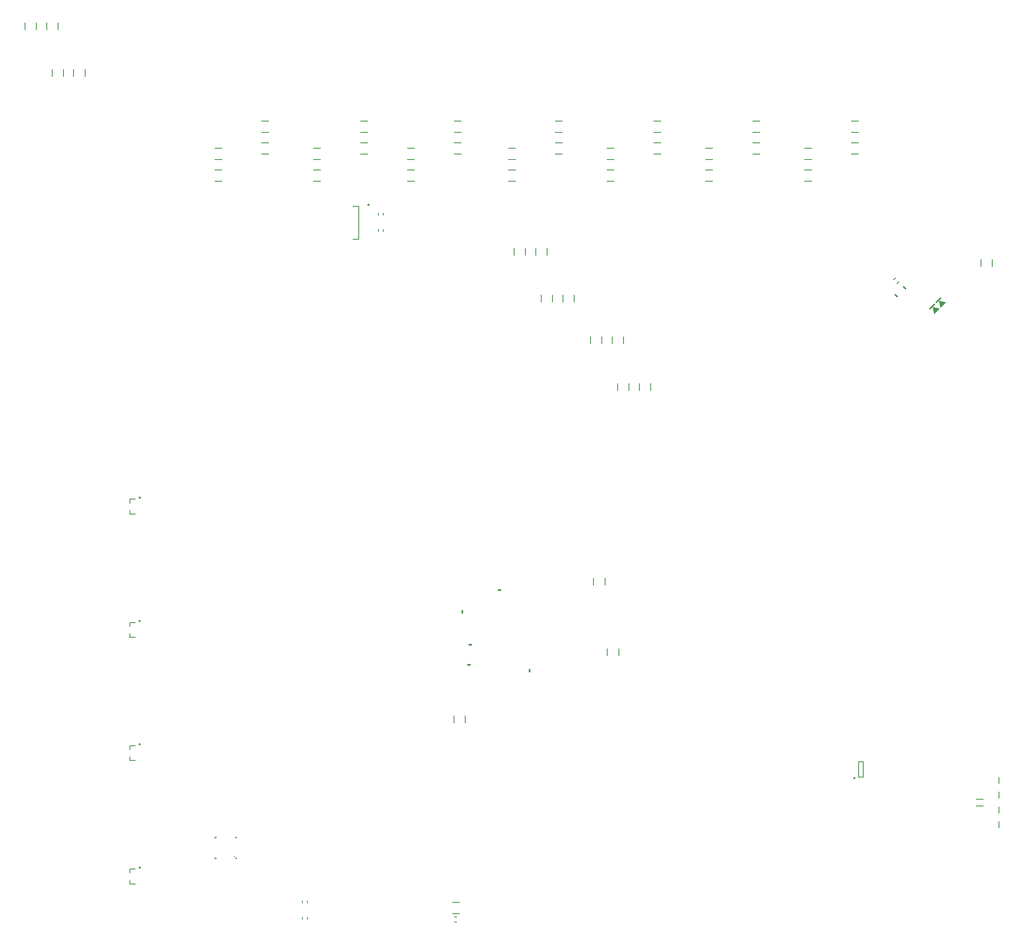
<source format=gbo>
G04*
G04 #@! TF.GenerationSoftware,Altium Limited,Altium Designer,22.10.1 (41)*
G04*
G04 Layer_Color=32896*
%FSAX44Y44*%
%MOMM*%
G71*
G04*
G04 #@! TF.SameCoordinates,5DDCA6B8-CE55-411C-979C-A3AAA62AB61D*
G04*
G04*
G04 #@! TF.FilePolarity,Positive*
G04*
G01*
G75*
%ADD10C,0.2000*%
%ADD11C,0.2500*%
%ADD17R,0.6000X0.2000*%
%ADD18R,0.2000X1.6000*%
%ADD23R,0.2000X0.6000*%
%ADD24R,1.6000X0.2000*%
%ADD26R,0.3000X0.7500*%
%ADD27R,0.7500X0.3000*%
%ADD317R,1.6000X0.2000*%
G04:AMPARAMS|DCode=318|XSize=0.25mm|YSize=1.5499mm|CornerRadius=0mm|HoleSize=0mm|Usage=FLASHONLY|Rotation=315.000|XOffset=0mm|YOffset=0mm|HoleType=Round|Shape=Rectangle|*
%AMROTATEDRECTD318*
4,1,4,-0.6363,-0.4596,0.4596,0.6363,0.6363,0.4596,-0.4596,-0.6363,-0.6363,-0.4596,0.0*
%
%ADD318ROTATEDRECTD318*%

G04:AMPARAMS|DCode=319|XSize=0.75mm|YSize=0.3mm|CornerRadius=0mm|HoleSize=0mm|Usage=FLASHONLY|Rotation=135.000|XOffset=0mm|YOffset=0mm|HoleType=Round|Shape=Rectangle|*
%AMROTATEDRECTD319*
4,1,4,0.3712,-0.1591,0.1591,-0.3712,-0.3712,0.1591,-0.1591,0.3712,0.3712,-0.1591,0.0*
%
%ADD319ROTATEDRECTD319*%

%ADD320R,0.1000X0.9500*%
%ADD321R,0.2500X1.4000*%
%ADD322R,0.2000X0.4000*%
%ADD323R,0.4000X0.2000*%
G04:AMPARAMS|DCode=324|XSize=0.2mm|YSize=0.6mm|CornerRadius=0mm|HoleSize=0mm|Usage=FLASHONLY|Rotation=135.000|XOffset=0mm|YOffset=0mm|HoleType=Round|Shape=Rectangle|*
%AMROTATEDRECTD324*
4,1,4,0.2828,0.1414,-0.1414,-0.2828,-0.2828,-0.1414,0.1414,0.2828,0.2828,0.1414,0.0*
%
%ADD324ROTATEDRECTD324*%

G36*
X01981402Y01631921D02*
X01970443Y01620962D01*
X01967083Y01635281D01*
X01981402Y01631921D01*
D02*
G37*
G36*
X01968674Y01619193D02*
X01957715Y01608234D01*
X01954355Y01622553D01*
X01968674Y01619193D01*
D02*
G37*
D10*
X01805150Y00669500D02*
X01814150D01*
X01805150Y00700500D02*
X01814150Y00700500D01*
X01805150Y00669500D02*
Y00700500D01*
X01814150Y00669500D02*
Y00700500D01*
X00779500Y01760000D02*
X00791000D01*
X00791000Y01827000D01*
X00779500Y01827000D02*
X00791000Y01827000D01*
X00327400Y01233000D02*
X00338400Y01233000D01*
X00327400Y01225250D02*
Y01233000D01*
Y01203000D02*
X00338400Y01203000D01*
X00327400Y01203000D02*
Y01210750D01*
Y00983000D02*
X00338400Y00983000D01*
X00327400Y00975250D02*
Y00983000D01*
Y00953000D02*
X00338400Y00953000D01*
X00327400Y00953000D02*
Y00960750D01*
Y00733000D02*
X00338400Y00733000D01*
X00327400Y00725250D02*
Y00733000D01*
Y00703000D02*
X00338400Y00703000D01*
X00327400Y00703000D02*
Y00710750D01*
Y00483000D02*
X00338400Y00483000D01*
X00327400Y00475250D02*
Y00483000D01*
Y00453000D02*
X00338400Y00453000D01*
X00327400Y00453000D02*
Y00460750D01*
D11*
X01797400Y00667500D02*
G03*
X01797400Y00667500I-00001250J00000000D01*
G01*
X00540000Y00508500D02*
G03*
X00540000Y00508500I-00000500J00000000D01*
G01*
X00812250Y01829750D02*
G03*
X00812250Y01829750I-00001250J00000000D01*
G01*
X00348600Y01236250D02*
G03*
X00348600Y01236250I-00001250J00000000D01*
G01*
Y00986250D02*
G03*
X00348600Y00986250I-00001250J00000000D01*
G01*
Y00736250D02*
G03*
X00348600Y00736250I-00001250J00000000D01*
G01*
Y00486250D02*
G03*
X00348600Y00486250I-00001250J00000000D01*
G01*
D17*
X00987997Y00375752D02*
D03*
X00988000Y00386252D02*
D03*
D18*
X01106503Y01735000D02*
D03*
X01129500Y01735000D02*
D03*
X01205503Y01640001D02*
D03*
X01228500D02*
D03*
X01284497Y01555000D02*
D03*
X01261500Y01555000D02*
D03*
X01339497Y01460000D02*
D03*
X01316500Y01460000D02*
D03*
X01150503Y01735000D02*
D03*
X01173500Y01734999D02*
D03*
X01161502Y01640000D02*
D03*
X01184500Y01640000D02*
D03*
X01328498Y01555000D02*
D03*
X01305500Y01555001D02*
D03*
X01383497Y01460000D02*
D03*
X01360500Y01460000D02*
D03*
X01007499Y00785998D02*
D03*
X00984502Y00786002D02*
D03*
X01290499Y01066000D02*
D03*
X01267503Y01066000D02*
D03*
X01295501Y00923000D02*
D03*
X01318497Y00923000D02*
D03*
X02075497Y01712000D02*
D03*
X02052500D02*
D03*
X00181497Y02192000D02*
D03*
X00158506D02*
D03*
X00137497Y02192000D02*
D03*
X00114506D02*
D03*
X00236500Y02097003D02*
D03*
X00213506Y02097000D02*
D03*
X00192500Y02096997D02*
D03*
X00169506Y02097000D02*
D03*
D23*
X00830750Y01777498D02*
D03*
X00841253Y01777501D02*
D03*
X00841247Y01810501D02*
D03*
X00830750Y01810504D02*
D03*
X00676750Y00383000D02*
D03*
X00687250D02*
D03*
X00676750Y00416000D02*
D03*
X00687250D02*
D03*
D24*
X00989003Y00415500D02*
D03*
Y00392503D02*
D03*
X00897000Y01921506D02*
D03*
X00896998Y01944500D02*
D03*
X00897000Y01877503D02*
D03*
X00897000Y01900500D02*
D03*
X00992000Y01932504D02*
D03*
X00992000Y01955500D02*
D03*
X00992000Y01976503D02*
D03*
X00992000Y01999499D02*
D03*
X00602003Y01976503D02*
D03*
Y01999500D02*
D03*
X00506999Y01921503D02*
D03*
Y01944500D02*
D03*
X00507003Y01877503D02*
D03*
Y01900500D02*
D03*
X00602003Y01932503D02*
D03*
Y01955500D02*
D03*
X01302000Y01900502D02*
D03*
Y01877501D02*
D03*
X01302000Y01944500D02*
D03*
X01302000Y01921504D02*
D03*
X01397000Y01999500D02*
D03*
X01397000Y01976504D02*
D03*
X01397000Y01955502D02*
D03*
X01397000Y01932502D02*
D03*
X01502000Y01900500D02*
D03*
Y01877503D02*
D03*
X01501998Y01944500D02*
D03*
Y01921503D02*
D03*
X01597000Y01999500D02*
D03*
Y01976503D02*
D03*
Y01955500D02*
D03*
Y01932503D02*
D03*
X01797002Y01999500D02*
D03*
Y01976503D02*
D03*
Y01955500D02*
D03*
Y01932503D02*
D03*
X01701997Y01944500D02*
D03*
Y01921503D02*
D03*
X01702002Y01900500D02*
D03*
Y01877503D02*
D03*
X01197000Y01955498D02*
D03*
Y01932501D02*
D03*
X01196998Y01999500D02*
D03*
X01197000Y01976505D02*
D03*
X01101997Y01944500D02*
D03*
X01102003Y01921503D02*
D03*
X01102000Y01900499D02*
D03*
X01102002Y01877503D02*
D03*
X00801997Y01999500D02*
D03*
Y01976503D02*
D03*
Y01955500D02*
D03*
Y01932503D02*
D03*
X00706997Y01900500D02*
D03*
Y01877503D02*
D03*
X00707001Y01944500D02*
D03*
Y01921503D02*
D03*
D26*
X01138003Y00885000D02*
D03*
X01001000Y01004997D02*
D03*
D27*
X01015000Y00896999D02*
D03*
X01017000Y00937997D02*
D03*
X01077000Y01049000D02*
D03*
D317*
X02050000Y00611000D02*
D03*
X02050000Y00625000D02*
D03*
D318*
X01953471Y01623437D02*
D03*
X01966199Y01636165D02*
D03*
D319*
X01881000Y01645999D02*
D03*
X01897787Y01662151D02*
D03*
D320*
X00338000Y01174001D02*
D03*
X00338000Y01186001D02*
D03*
X00338000Y00936002D02*
D03*
X00338000Y00924001D02*
D03*
Y00686002D02*
D03*
X00338000Y00674001D02*
D03*
X00338000Y00424001D02*
D03*
X00338000Y00436001D02*
D03*
D321*
X02089000Y00573000D02*
D03*
X02088999Y00663000D02*
D03*
X02089000Y00603000D02*
D03*
X02089250Y00633000D02*
D03*
D322*
X00500500Y00505500D02*
D03*
X00500500Y00546500D02*
D03*
X00543500Y00546500D02*
D03*
Y00505500D02*
D03*
D323*
X00501500Y00504500D02*
D03*
X00501500Y00547500D02*
D03*
X00542500Y00547500D02*
D03*
X00542500Y00504500D02*
D03*
D324*
X01884712Y01672287D02*
D03*
X01877288Y01679712D02*
D03*
M02*

</source>
